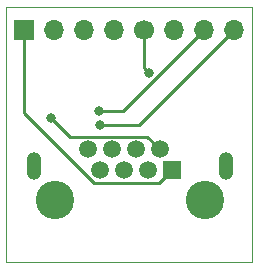
<source format=gbr>
G04 #@! TF.GenerationSoftware,KiCad,Pcbnew,(5.1.6)-1*
G04 #@! TF.CreationDate,2021-11-18T20:59:38-06:00*
G04 #@! TF.ProjectId,RJ45Breakout,524a3435-4272-4656-916b-6f75742e6b69,rev?*
G04 #@! TF.SameCoordinates,Original*
G04 #@! TF.FileFunction,Copper,L2,Bot*
G04 #@! TF.FilePolarity,Positive*
%FSLAX46Y46*%
G04 Gerber Fmt 4.6, Leading zero omitted, Abs format (unit mm)*
G04 Created by KiCad (PCBNEW (5.1.6)-1) date 2021-11-18 20:59:38*
%MOMM*%
%LPD*%
G01*
G04 APERTURE LIST*
G04 #@! TA.AperFunction,Profile*
%ADD10C,0.050000*%
G04 #@! TD*
G04 #@! TA.AperFunction,ComponentPad*
%ADD11C,1.700000*%
G04 #@! TD*
G04 #@! TA.AperFunction,ComponentPad*
%ADD12O,1.700000X1.700000*%
G04 #@! TD*
G04 #@! TA.AperFunction,ComponentPad*
%ADD13R,1.700000X1.700000*%
G04 #@! TD*
G04 #@! TA.AperFunction,ComponentPad*
%ADD14O,1.259000X2.362000*%
G04 #@! TD*
G04 #@! TA.AperFunction,ComponentPad*
%ADD15R,1.500000X1.500000*%
G04 #@! TD*
G04 #@! TA.AperFunction,ComponentPad*
%ADD16C,1.500000*%
G04 #@! TD*
G04 #@! TA.AperFunction,WasherPad*
%ADD17C,3.250000*%
G04 #@! TD*
G04 #@! TA.AperFunction,ViaPad*
%ADD18C,0.800000*%
G04 #@! TD*
G04 #@! TA.AperFunction,Conductor*
%ADD19C,0.250000*%
G04 #@! TD*
G04 APERTURE END LIST*
D10*
X140410000Y-114160000D02*
X140410000Y-92530000D01*
X161200000Y-114160000D02*
X140410000Y-114160000D01*
X161190000Y-92530000D02*
X161200000Y-114160000D01*
X140410000Y-92530000D02*
X161190000Y-92530000D01*
D11*
X152070000Y-94490000D03*
D12*
X154610000Y-94490000D03*
X157150000Y-94490000D03*
X159690000Y-94490000D03*
D13*
X141910000Y-94490000D03*
D12*
X144450000Y-94490000D03*
X146990000Y-94490000D03*
X149530000Y-94490000D03*
D14*
X159009080Y-106020870D03*
X142749080Y-106020870D03*
D15*
X154428380Y-106382820D03*
D16*
X153408380Y-104602820D03*
X152398380Y-106382820D03*
X151378380Y-104602820D03*
X150368380Y-106382820D03*
X149348380Y-104602820D03*
X148338380Y-106382820D03*
X147318380Y-104602820D03*
D17*
X157229080Y-108922820D03*
X144529080Y-108922820D03*
D18*
X144200000Y-101940000D03*
X152507340Y-98107340D03*
X148260000Y-101330000D03*
X148330000Y-102560000D03*
D19*
X141910000Y-101545442D02*
X141910000Y-94490000D01*
X154428380Y-106382820D02*
X153353379Y-107457821D01*
X147822379Y-107457821D02*
X141910000Y-101545442D01*
X153353379Y-107457821D02*
X147822379Y-107457821D01*
X145787819Y-103527819D02*
X144200000Y-101940000D01*
X153408380Y-104602820D02*
X152333379Y-103527819D01*
X152333379Y-103527819D02*
X145787819Y-103527819D01*
X152070000Y-97670000D02*
X152507340Y-98107340D01*
X152070000Y-94490000D02*
X152070000Y-97670000D01*
X150368380Y-106382820D02*
X150452820Y-106382820D01*
X148260000Y-101330000D02*
X150310000Y-101330000D01*
X150310000Y-101330000D02*
X157150000Y-94490000D01*
X151620000Y-102560000D02*
X159690000Y-94490000D01*
X148330000Y-102560000D02*
X151620000Y-102560000D01*
M02*

</source>
